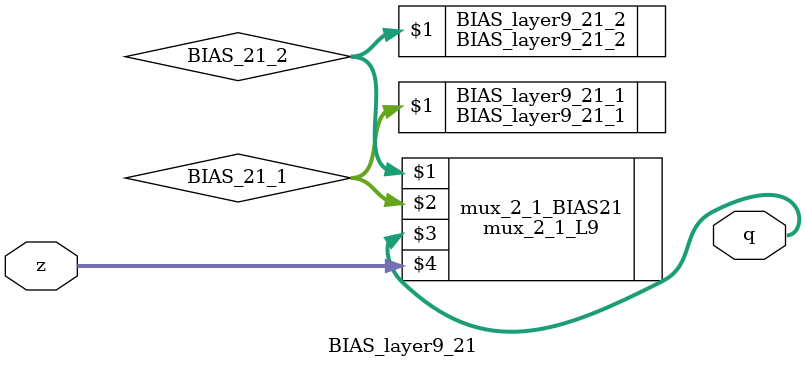
<source format=v>
module BIAS_layer9_21 #(parameter N_adder_tree=16)(q,z);
input  wire	[2:0]				  z;
output wire [N_adder_tree*18-1:0] q;


wire [N_adder_tree*18-1:0] BIAS_21_1;
wire [N_adder_tree*18-1:0] BIAS_21_2;

BIAS_layer9_21_1 #(N_adder_tree) BIAS_layer9_21_1 (BIAS_21_1);
BIAS_layer9_21_2 #(N_adder_tree) BIAS_layer9_21_2 (BIAS_21_2);

mux_2_1_L9 #(N_adder_tree) mux_2_1_BIAS21(BIAS_21_2,BIAS_21_1,q,z);

endmodule
</source>
